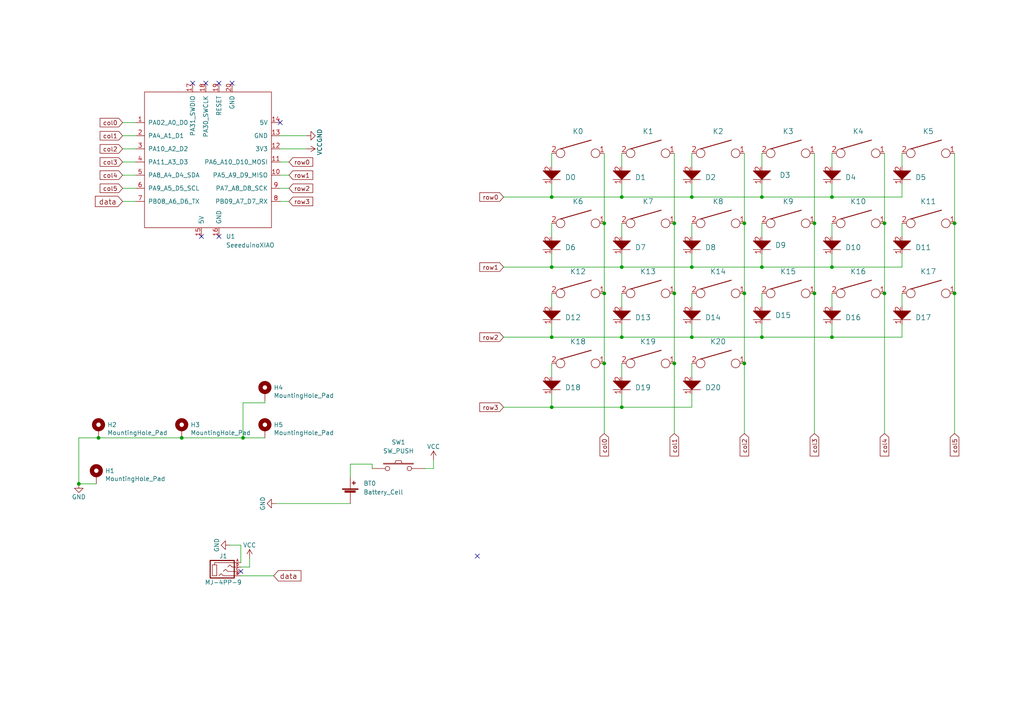
<source format=kicad_sch>
(kicad_sch (version 20211123) (generator eeschema)
  (paper "A4")
  (lib_symbols
    (symbol "Device:Battery_Cell" (pin_numbers hide) (pin_names (offset 0) hide)
      (property "Reference" "BT" (at 2.54 2.54 0))
      (property "Value" "Battery_Cell" (at 2.54 0 0))
      (symbol "Battery_Cell_0_1"
        (rectangle (start -2.286 1.778) (end 2.286 1.524) (fill (type outline)))
        (rectangle (start -1.5748 1.1938) (end 1.4732 0.6858) (fill (type outline)))
        (polyline (pts (xy 0 0.762) (xy 0 0)))
        (polyline (pts (xy 0 1.778) (xy 0 2.54)))
        (polyline (pts (xy 0.508 3.429) (xy 1.524 3.429)) (stroke (width 0.254)))
        (polyline (pts (xy 1.016 3.937) (xy 1.016 2.921)) (stroke (width 0.254)))
      )
      (symbol "Battery_Cell_1_1"
        (pin passive line (at 0 5.08 270) (length 2.54) (name "+") (number "1"))
        (pin passive line (at 0 -2.54 90) (length 2.54) (name "-") (number "2"))
      )
    )
    (symbol "Mechanical:MountingHole_Pad" (pin_numbers hide) (pin_names (offset 1.016) hide)
      (property "Reference" "H" (at 0 6.35 0))
      (property "Value" "MountingHole_Pad" (at 0 4.445 0))
      (symbol "MountingHole_Pad_0_1"
        (circle (center 0 1.27) (radius 1.27) (stroke (width 1.27)))
      )
      (symbol "MountingHole_Pad_1_1"
        (pin input line (at 0 -2.54 90) (length 2.54) (name "1") (number "1"))
      )
    )
    (symbol "corne-chocolate-rescue:MJ-4PP-9-kbd" (pin_names (offset 1.016))
      (property "Reference" "J" (at 0 3.81 0))
      (property "Value" "MJ-4PP-9-kbd" (at 0 -3.81 0))
      (symbol "MJ-4PP-9-kbd_0_1"
        (rectangle (start -1.905 -1.905) (end -3.175 1.27))
        (polyline (pts (xy -2.54 1.27) (xy -2.54 1.905) (xy 3.175 1.905)))
        (polyline (pts (xy -1.27 -1.905) (xy -0.635 -1.27) (xy 0 -1.905) (xy 3.175 -1.905)))
        (polyline (pts (xy 0 -0.635) (xy 0.635 0) (xy 1.27 -0.635) (xy 3.175 -0.635)))
        (polyline (pts (xy 1.27 0.635) (xy 1.905 1.27) (xy 2.54 0.635) (xy 3.175 0.635)))
        (rectangle (start 3.175 2.54) (end -3.81 -2.54) (stroke (width 0.3048)))
      )
      (symbol "MJ-4PP-9-kbd_1_1"
        (pin input line (at 5.08 1.905 180) (length 2.0066) (name "~") (number "A"))
        (pin input line (at 5.08 -1.905 180) (length 2.0066) (name "~") (number "B"))
        (pin input line (at 5.08 -0.635 180) (length 2.0066) (name "~") (number "C"))
        (pin input line (at 5.08 0.635 180) (length 2.0066) (name "~") (number "D"))
      )
    )
    (symbol "keebs:D" (pin_names (offset 1.016))
      (property "Reference" "D" (at -3.81 -1.27 90))
      (symbol "D_0_1"
        (polyline (pts (xy -2.54 0) (xy 2.54 0)))
        (polyline (pts (xy 0 0) (xy -2.54 -2.54) (xy 2.54 -2.54) (xy 0 0)) (fill (type outline)))
      )
      (symbol "D_1_1"
        (pin passive line (at 0 1.27 270) (length 1.27) (name "~") (number "1"))
        (pin passive line (at 0 -3.81 90) (length 1.27) (name "~") (number "2"))
      )
    )
    (symbol "keebs:KEYSW" (pin_names (offset 1.016))
      (property "Reference" "K?" (at -1.27 0 0))
      (symbol "KEYSW_0_1"
        (circle (center -5.08 0) (radius 1.27))
        (polyline (pts (xy -5.08 1.27) (xy 3.81 3.81)) (stroke (width 0.254)))
        (circle (center 5.08 0) (radius 1.27))
      )
      (symbol "KEYSW_1_1"
        (pin passive line (at 7.62 0 180) (length 1.27) (name "~") (number "1"))
        (pin passive line (at -7.62 0 0) (length 1.27) (name "~") (number "2"))
      )
    )
    (symbol "keebs:SW_PUSH" (pin_numbers hide) (pin_names (offset 1.016) hide)
      (property "Reference" "SW" (at 3.81 2.794 0))
      (property "Value" "SW_PUSH" (at 0 -2.032 0))
      (symbol "SW_PUSH_0_1"
        (rectangle (start -4.318 1.27) (end 4.318 1.524))
        (polyline (pts (xy -1.016 1.524) (xy -0.762 2.286) (xy 0.762 2.286) (xy 1.016 1.524)))
        (pin passive inverted (at -7.62 0 0) (length 5.08) (name "1") (number "1"))
        (pin passive inverted (at 7.62 0 180) (length 5.08) (name "2") (number "2"))
      )
    )
    (symbol "power:GND" (power) (pin_names (offset 0))
      (property "Value" "GND" (at 0 -3.81 0))
      (symbol "GND_0_1"
        (polyline (pts (xy 0 0) (xy 0 -1.27) (xy 1.27 -1.27) (xy 0 -2.54) (xy -1.27 -1.27) (xy 0 -1.27)))
      )
      (symbol "GND_1_1"
        (pin power_in line (at 0 0 270) (length 0) hide (name "GND") (number "1"))
      )
    )
    (symbol "power:VCC" (power) (pin_names (offset 0))
      (property "Value" "VCC" (at 0 3.81 0))
      (symbol "VCC_0_1"
        (polyline (pts (xy -0.762 1.27) (xy 0 2.54)))
        (polyline (pts (xy 0 0) (xy 0 2.54)))
        (polyline (pts (xy 0 2.54) (xy 0.762 1.27)))
      )
      (symbol "VCC_1_1"
        (pin power_in line (at 0 0 90) (length 0) hide (name "VCC") (number "1"))
      )
    )
    (symbol "seeduino:SeeeduinoXIAO" (pin_names (offset 1.016))
      (property "Reference" "U" (at -19.05 22.86 0))
      (property "Value" "SeeeduinoXIAO" (at -12.7 21.59 0))
      (symbol "SeeeduinoXIAO_0_1"
        (rectangle (start -19.05 20.32) (end 17.78 -19.05))
      )
      (symbol "SeeeduinoXIAO_1_1"
        (pin unspecified line (at -21.59 11.43 0) (length 2.54) (name "PA02_A0_D0") (number "1"))
        (pin unspecified line (at 20.32 -3.81 180) (length 2.54) (name "PA5_A9_D9_MISO") (number "10"))
        (pin unspecified line (at 20.32 0 180) (length 2.54) (name "PA6_A10_D10_MOSI") (number "11"))
        (pin unspecified line (at 20.32 3.81 180) (length 2.54) (name "3V3") (number "12"))
        (pin unspecified line (at 20.32 7.62 180) (length 2.54) (name "GND") (number "13"))
        (pin unspecified line (at 20.32 11.43 180) (length 2.54) (name "5V") (number "14"))
        (pin input line (at -2.54 -21.59 90) (length 2.54) (name "5V") (number "15"))
        (pin input line (at 2.54 -21.59 90) (length 2.54) (name "GND") (number "16"))
        (pin input line (at -5.08 22.86 270) (length 2.54) (name "PA31_SWDIO") (number "17"))
        (pin input line (at -1.27 22.86 270) (length 2.54) (name "PA30_SWCLK") (number "18"))
        (pin input line (at 2.54 22.86 270) (length 2.54) (name "RESET") (number "19"))
        (pin unspecified line (at -21.59 7.62 0) (length 2.54) (name "PA4_A1_D1") (number "2"))
        (pin input line (at 6.35 22.86 270) (length 2.54) (name "GND") (number "20"))
        (pin unspecified line (at -21.59 3.81 0) (length 2.54) (name "PA10_A2_D2") (number "3"))
        (pin unspecified line (at -21.59 0 0) (length 2.54) (name "PA11_A3_D3") (number "4"))
        (pin unspecified line (at -21.59 -3.81 0) (length 2.54) (name "PA8_A4_D4_SDA") (number "5"))
        (pin unspecified line (at -21.59 -7.62 0) (length 2.54) (name "PA9_A5_D5_SCL") (number "6"))
        (pin unspecified line (at -21.59 -11.43 0) (length 2.54) (name "PB08_A6_D6_TX") (number "7"))
        (pin unspecified line (at 20.32 -11.43 180) (length 2.54) (name "PB09_A7_D7_RX") (number "8"))
        (pin unspecified line (at 20.32 -7.62 180) (length 2.54) (name "PA7_A8_D8_SCK") (number "9"))
      )
    )
  )
  (junction (at 236.22 64.77))
  (junction (at 215.9 105.41))
  (junction (at 276.86 64.77))
  (junction (at 28.575 127))
  (junction (at 220.98 57.15))
  (junction (at 180.34 57.15))
  (junction (at 200.66 77.47))
  (junction (at 241.3 77.47))
  (junction (at 70.485 127))
  (junction (at 52.705 127))
  (junction (at 215.9 85.09))
  (junction (at 236.22 85.09))
  (junction (at 180.34 97.79))
  (junction (at 160.02 77.47))
  (junction (at 256.54 64.77))
  (junction (at 220.98 77.47))
  (junction (at 160.02 97.79))
  (junction (at 200.66 57.15))
  (junction (at 160.02 118.11))
  (junction (at 220.98 97.79))
  (junction (at 180.34 118.11))
  (junction (at 195.58 105.41))
  (junction (at 195.58 85.09))
  (junction (at 180.34 77.47))
  (junction (at 175.26 85.09))
  (junction (at 276.86 85.09))
  (junction (at 195.58 64.77))
  (junction (at 241.3 97.79))
  (junction (at 22.86 140.335))
  (junction (at 200.66 97.79))
  (junction (at 256.54 85.09))
  (junction (at 175.26 64.77))
  (junction (at 215.9 64.77))
  (junction (at 241.3 57.15))
  (junction (at 160.02 57.15))
  (junction (at 175.26 105.41))
  (no_connect (at 69.85 165.735))
  (no_connect (at 138.43 161.29))
  (no_connect (at 55.88 24.13))
  (no_connect (at 59.69 24.13))
  (no_connect (at 63.5 24.13))
  (no_connect (at 67.31 24.13))
  (no_connect (at 81.28 35.56))
  (no_connect (at 63.5 68.58))
  (no_connect (at 58.42 68.58))
  (wire (pts (xy 101.6 134.62) (xy 107.95 134.62)))
  (wire (pts (xy 180.34 64.77) (xy 180.34 68.58)))
  (wire (pts (xy 195.58 105.41) (xy 195.58 125.73)))
  (wire (pts (xy 220.98 53.34) (xy 220.98 57.15)))
  (wire (pts (xy 35.56 35.56) (xy 39.37 35.56)))
  (wire (pts (xy 195.58 44.45) (xy 195.58 64.77)))
  (wire (pts (xy 200.66 105.41) (xy 200.66 109.22)))
  (wire (pts (xy 256.54 44.45) (xy 256.54 64.77)))
  (wire (pts (xy 261.62 53.34) (xy 261.62 57.15)))
  (wire (pts (xy 200.66 85.09) (xy 200.66 88.9)))
  (wire (pts (xy 35.56 39.37) (xy 39.37 39.37)))
  (wire (pts (xy 76.835 116.84) (xy 76.835 116.205)))
  (wire (pts (xy 35.56 46.99) (xy 39.37 46.99)))
  (wire (pts (xy 220.98 97.79) (xy 241.3 97.79)))
  (wire (pts (xy 35.56 54.61) (xy 39.37 54.61)))
  (wire (pts (xy 160.02 85.09) (xy 160.02 88.9)))
  (wire (pts (xy 220.98 57.15) (xy 241.3 57.15)))
  (wire (pts (xy 215.9 85.09) (xy 215.9 105.41)))
  (wire (pts (xy 146.05 77.47) (xy 160.02 77.47)))
  (wire (pts (xy 256.54 64.77) (xy 256.54 85.09)))
  (wire (pts (xy 200.66 44.45) (xy 200.66 48.26)))
  (wire (pts (xy 180.34 85.09) (xy 180.34 88.9)))
  (wire (pts (xy 241.3 57.15) (xy 261.62 57.15)))
  (wire (pts (xy 160.02 44.45) (xy 160.02 48.26)))
  (wire (pts (xy 72.39 161.925) (xy 72.39 164.465)))
  (wire (pts (xy 261.62 93.98) (xy 261.62 97.79)))
  (wire (pts (xy 241.3 97.79) (xy 261.62 97.79)))
  (wire (pts (xy 180.34 44.45) (xy 180.34 48.26)))
  (wire (pts (xy 261.62 85.09) (xy 261.62 88.9)))
  (wire (pts (xy 200.66 114.3) (xy 200.66 118.11)))
  (wire (pts (xy 241.3 93.98) (xy 241.3 97.79)))
  (wire (pts (xy 241.3 73.66) (xy 241.3 77.47)))
  (wire (pts (xy 276.86 44.45) (xy 276.86 64.77)))
  (wire (pts (xy 256.54 85.09) (xy 256.54 125.73)))
  (wire (pts (xy 69.85 167.005) (xy 79.375 167.005)))
  (wire (pts (xy 276.86 85.09) (xy 276.86 125.73)))
  (wire (pts (xy 28.575 127) (xy 22.86 127)))
  (wire (pts (xy 160.02 57.15) (xy 180.34 57.15)))
  (wire (pts (xy 81.28 43.18) (xy 88.9 43.18)))
  (wire (pts (xy 180.34 53.34) (xy 180.34 57.15)))
  (wire (pts (xy 35.56 58.42) (xy 39.37 58.42)))
  (wire (pts (xy 66.675 158.115) (xy 69.85 158.115)))
  (wire (pts (xy 215.9 44.45) (xy 215.9 64.77)))
  (wire (pts (xy 220.98 93.98) (xy 220.98 97.79)))
  (wire (pts (xy 220.98 44.45) (xy 220.98 48.26)))
  (wire (pts (xy 180.34 114.3) (xy 180.34 118.11)))
  (wire (pts (xy 241.3 85.09) (xy 241.3 88.9)))
  (wire (pts (xy 261.62 64.77) (xy 261.62 68.58)))
  (wire (pts (xy 160.02 114.3) (xy 160.02 118.11)))
  (wire (pts (xy 81.28 50.8) (xy 83.82 50.8)))
  (wire (pts (xy 241.3 53.34) (xy 241.3 57.15)))
  (wire (pts (xy 236.22 85.09) (xy 236.22 125.73)))
  (wire (pts (xy 160.02 77.47) (xy 180.34 77.47)))
  (wire (pts (xy 70.485 127) (xy 52.705 127)))
  (wire (pts (xy 101.6 134.62) (xy 101.6 138.43)))
  (wire (pts (xy 35.56 43.18) (xy 39.37 43.18)))
  (wire (pts (xy 195.58 85.09) (xy 195.58 105.41)))
  (wire (pts (xy 180.34 118.11) (xy 200.66 118.11)))
  (wire (pts (xy 35.56 50.8) (xy 39.37 50.8)))
  (wire (pts (xy 180.34 77.47) (xy 200.66 77.47)))
  (wire (pts (xy 175.26 64.77) (xy 175.26 85.09)))
  (wire (pts (xy 180.34 105.41) (xy 180.34 109.22)))
  (wire (pts (xy 125.73 135.89) (xy 123.19 135.89)))
  (wire (pts (xy 200.66 97.79) (xy 220.98 97.79)))
  (wire (pts (xy 220.98 73.66) (xy 220.98 77.47)))
  (wire (pts (xy 200.66 73.66) (xy 200.66 77.47)))
  (wire (pts (xy 215.9 105.41) (xy 215.9 125.73)))
  (wire (pts (xy 76.835 127) (xy 70.485 127)))
  (wire (pts (xy 200.66 93.98) (xy 200.66 97.79)))
  (wire (pts (xy 81.28 39.37) (xy 88.9 39.37)))
  (wire (pts (xy 160.02 93.98) (xy 160.02 97.79)))
  (wire (pts (xy 180.34 97.79) (xy 200.66 97.79)))
  (wire (pts (xy 241.3 44.45) (xy 241.3 48.26)))
  (wire (pts (xy 236.22 44.45) (xy 236.22 64.77)))
  (wire (pts (xy 200.66 53.34) (xy 200.66 57.15)))
  (wire (pts (xy 180.34 93.98) (xy 180.34 97.79)))
  (wire (pts (xy 175.26 44.45) (xy 175.26 64.77)))
  (wire (pts (xy 236.22 64.77) (xy 236.22 85.09)))
  (wire (pts (xy 22.86 140.335) (xy 27.94 140.335)))
  (wire (pts (xy 81.28 46.99) (xy 83.82 46.99)))
  (wire (pts (xy 22.86 127) (xy 22.86 140.335)))
  (wire (pts (xy 72.39 164.465) (xy 69.85 164.465)))
  (wire (pts (xy 261.62 44.45) (xy 261.62 48.26)))
  (wire (pts (xy 125.73 133.35) (xy 125.73 135.89)))
  (wire (pts (xy 180.34 57.15) (xy 200.66 57.15)))
  (wire (pts (xy 160.02 64.77) (xy 160.02 68.58)))
  (wire (pts (xy 241.3 64.77) (xy 241.3 68.58)))
  (wire (pts (xy 200.66 64.77) (xy 200.66 68.58)))
  (wire (pts (xy 70.485 116.84) (xy 76.835 116.84)))
  (wire (pts (xy 160.02 53.34) (xy 160.02 57.15)))
  (wire (pts (xy 195.58 64.77) (xy 195.58 85.09)))
  (wire (pts (xy 81.28 54.61) (xy 83.82 54.61)))
  (wire (pts (xy 160.02 105.41) (xy 160.02 109.22)))
  (wire (pts (xy 52.705 127) (xy 28.575 127)))
  (wire (pts (xy 220.98 64.77) (xy 220.98 68.58)))
  (wire (pts (xy 220.98 77.47) (xy 241.3 77.47)))
  (wire (pts (xy 160.02 73.66) (xy 160.02 77.47)))
  (wire (pts (xy 220.98 85.09) (xy 220.98 88.9)))
  (wire (pts (xy 160.02 118.11) (xy 180.34 118.11)))
  (wire (pts (xy 69.85 163.195) (xy 69.85 158.115)))
  (wire (pts (xy 146.05 118.11) (xy 160.02 118.11)))
  (wire (pts (xy 261.62 73.66) (xy 261.62 77.47)))
  (wire (pts (xy 146.05 97.79) (xy 160.02 97.79)))
  (wire (pts (xy 70.485 116.84) (xy 70.485 127)))
  (wire (pts (xy 215.9 64.77) (xy 215.9 85.09)))
  (wire (pts (xy 175.26 105.41) (xy 175.26 125.73)))
  (wire (pts (xy 160.02 97.79) (xy 180.34 97.79)))
  (wire (pts (xy 81.28 58.42) (xy 83.82 58.42)))
  (wire (pts (xy 200.66 57.15) (xy 220.98 57.15)))
  (wire (pts (xy 241.3 77.47) (xy 261.62 77.47)))
  (wire (pts (xy 80.01 146.05) (xy 101.6 146.05)))
  (wire (pts (xy 146.05 57.15) (xy 160.02 57.15)))
  (wire (pts (xy 200.66 77.47) (xy 220.98 77.47)))
  (wire (pts (xy 276.86 64.77) (xy 276.86 85.09)))
  (wire (pts (xy 180.34 73.66) (xy 180.34 77.47)))
  (wire (pts (xy 107.95 134.62) (xy 107.95 135.89)))
  (wire (pts (xy 175.26 85.09) (xy 175.26 105.41)))
  (global_label "col2" (shape input) (at 215.9 125.73 270) (property "Intersheet References" "${INTERSHEET_REFS}" (effects hide)))
  (global_label "row0" (shape input) (at 146.05 57.15 180) (property "Intersheet References" "${INTERSHEET_REFS}" (effects hide)))
  (global_label "col0" (shape input) (at 175.26 125.73 270) (property "Intersheet References" "${INTERSHEET_REFS}" (effects hide)))
  (global_label "data" (shape input) (at 79.375 167.005 0) (effects (font (size 1.524 1.524))) (property "Intersheet References" "${INTERSHEET_REFS}" (effects hide)))
  (global_label "row2" (shape input) (at 83.82 54.61 0) (property "Intersheet References" "${INTERSHEET_REFS}" (effects hide)))
  (global_label "col2" (shape input) (at 35.56 43.18 180) (property "Intersheet References" "${INTERSHEET_REFS}" (effects hide)))
  (global_label "row1" (shape input) (at 83.82 50.8 0) (property "Intersheet References" "${INTERSHEET_REFS}" (effects hide)))
  (global_label "row3" (shape input) (at 146.05 118.11 180) (property "Intersheet References" "${INTERSHEET_REFS}" (effects hide)))
  (global_label "col5" (shape input) (at 276.86 125.73 270) (property "Intersheet References" "${INTERSHEET_REFS}" (effects hide)))
  (global_label "col1" (shape input) (at 195.58 125.73 270) (property "Intersheet References" "${INTERSHEET_REFS}" (effects hide)))
  (global_label "data" (shape input) (at 35.56 58.42 180) (effects (font (size 1.524 1.524))) (property "Intersheet References" "${INTERSHEET_REFS}" (effects hide)))
  (global_label "row2" (shape input) (at 146.05 97.79 180) (property "Intersheet References" "${INTERSHEET_REFS}" (effects hide)))
  (global_label "row3" (shape input) (at 83.82 58.42 0) (property "Intersheet References" "${INTERSHEET_REFS}" (effects hide)))
  (global_label "col1" (shape input) (at 35.56 39.37 180) (property "Intersheet References" "${INTERSHEET_REFS}" (effects hide)))
  (global_label "col5" (shape input) (at 35.56 54.61 180) (property "Intersheet References" "${INTERSHEET_REFS}" (effects hide)))
  (global_label "row0" (shape input) (at 83.82 46.99 0) (property "Intersheet References" "${INTERSHEET_REFS}" (effects hide)))
  (global_label "col0" (shape input) (at 35.56 35.56 180) (property "Intersheet References" "${INTERSHEET_REFS}" (effects hide)))
  (global_label "row1" (shape input) (at 146.05 77.47 180) (property "Intersheet References" "${INTERSHEET_REFS}" (effects hide)))
  (global_label "col3" (shape input) (at 236.22 125.73 270) (property "Intersheet References" "${INTERSHEET_REFS}" (effects hide)))
  (global_label "col3" (shape input) (at 35.56 46.99 180) (property "Intersheet References" "${INTERSHEET_REFS}" (effects hide)))
  (global_label "col4" (shape input) (at 256.54 125.73 270) (property "Intersheet References" "${INTERSHEET_REFS}" (effects hide)))
  (global_label "col4" (shape input) (at 35.56 50.8 180) (property "Intersheet References" "${INTERSHEET_REFS}" (effects hide)))
  (symbol (lib_id "Mechanical:MountingHole_Pad") (at 76.835 124.46 0) (unit 1)
    (property "Reference" "H5" (at 79.375 123.2154 0) (effects (justify left)))
    (property "Value" "MountingHole_Pad" (at 79.375 125.5268 0) (effects (justify left)))
    (property "Footprint" "kbd:M2_Hole_TH_Outside" (effects hide))
  )
  (symbol (lib_id "keebs:D") (at 220.98 52.07 180) (unit 1)
    (property "Reference" "D3" (at 226.06 50.8 0) (effects (font (size 1.524 1.524)) (justify right)))
    (property "Value" "D" (effects hide))
    (property "Footprint" "keyboard_pretty:Diode_TH_SOD123" (effects hide))
  )
  (symbol (lib_id "keebs:KEYSW") (at 187.96 64.77 0) (unit 1)
    (property "Reference" "K7" (at 187.96 58.42 0) (effects (font (size 1.524 1.524))))
    (property "Value" "KEYSW" (effects hide))
    (property "Footprint" "keyswitch_pretty:Kailh_socket_PG1350_optional_reversible" (effects hide))
  )
  (symbol (lib_id "keebs:D") (at 241.3 72.39 180) (unit 1)
    (property "Reference" "D10" (at 245.11 71.755 0) (effects (font (size 1.524 1.524)) (justify right)))
    (property "Value" "D" (effects hide))
    (property "Footprint" "keyboard_pretty:Diode_TH_SOD123" (effects hide))
  )
  (symbol (lib_id "keebs:KEYSW") (at 208.28 64.77 0) (unit 1)
    (property "Reference" "K8" (at 208.28 58.42 0) (effects (font (size 1.524 1.524))))
    (property "Value" "KEYSW" (effects hide))
    (property "Footprint" "keyswitch_pretty:Kailh_socket_PG1350_optional_reversible" (effects hide))
  )
  (symbol (lib_id "keebs:KEYSW") (at 248.92 85.09 0) (unit 1)
    (property "Reference" "K16" (at 248.92 78.74 0) (effects (font (size 1.524 1.524))))
    (property "Value" "KEYSW" (effects hide))
    (property "Footprint" "keyswitch_pretty:Kailh_socket_PG1350_optional_reversible" (effects hide))
  )
  (symbol (lib_id "keebs:KEYSW") (at 187.96 85.09 0) (unit 1)
    (property "Reference" "K13" (at 187.96 78.74 0) (effects (font (size 1.524 1.524))))
    (property "Value" "KEYSW" (effects hide))
    (property "Footprint" "keyswitch_pretty:Kailh_socket_PG1350_optional_reversible" (effects hide))
  )
  (symbol (lib_id "keebs:KEYSW") (at 187.96 105.41 0) (unit 1)
    (property "Reference" "K19" (at 187.96 99.06 0) (effects (font (size 1.524 1.524))))
    (property "Value" "KEYSW" (effects hide))
    (property "Footprint" "keyswitch_pretty:Kailh_socket_PG1350_optional_reversible" (effects hide))
  )
  (symbol (lib_id "keebs:KEYSW") (at 208.28 105.41 0) (unit 1)
    (property "Reference" "K20" (at 208.28 99.06 0) (effects (font (size 1.524 1.524))))
    (property "Value" "KEYSW" (effects hide))
    (property "Footprint" "keyswitch_pretty:Kailh_socket_PG1350_optional_reversible" (effects hide))
  )
  (symbol (lib_id "keebs:D") (at 180.34 72.39 180) (unit 1)
    (property "Reference" "D7" (at 184.15 71.755 0) (effects (font (size 1.524 1.524)) (justify right)))
    (property "Value" "D" (effects hide))
    (property "Footprint" "keyboard_pretty:Diode_TH_SOD123" (effects hide))
  )
  (symbol (lib_id "power:GND") (at 80.01 146.05 270) (unit 1)
    (property "Reference" "#PWR0104" (effects hide))
    (property "Value" "GND" (at 76.2 146.05 0))
  )
  (symbol (lib_id "keebs:KEYSW") (at 228.6 85.09 0) (unit 1)
    (property "Reference" "K15" (at 228.6 78.74 0) (effects (font (size 1.524 1.524))))
    (property "Value" "KEYSW" (effects hide))
    (property "Footprint" "keyswitch_pretty:Kailh_socket_PG1350_optional_reversible" (effects hide))
  )
  (symbol (lib_id "keebs:D") (at 200.66 72.39 180) (unit 1)
    (property "Reference" "D8" (at 204.47 71.755 0) (effects (font (size 1.524 1.524)) (justify right)))
    (property "Value" "D" (effects hide))
    (property "Footprint" "keyboard_pretty:Diode_TH_SOD123" (effects hide))
  )
  (symbol (lib_id "keebs:D") (at 180.34 113.03 180) (unit 1)
    (property "Reference" "D19" (at 184.15 112.395 0) (effects (font (size 1.524 1.524)) (justify right)))
    (property "Value" "D" (effects hide))
    (property "Footprint" "keyboard_pretty:Diode_TH_SOD123" (effects hide))
  )
  (symbol (lib_id "keebs:KEYSW") (at 228.6 64.77 0) (unit 1)
    (property "Reference" "K9" (at 228.6 58.42 0) (effects (font (size 1.524 1.524))))
    (property "Value" "KEYSW" (effects hide))
    (property "Footprint" "keyswitch_pretty:Kailh_socket_PG1350_optional_reversible" (effects hide))
  )
  (symbol (lib_id "keebs:D") (at 160.02 52.07 180) (unit 1)
    (property "Reference" "D0" (at 163.83 51.435 0) (effects (font (size 1.524 1.524)) (justify right)))
    (property "Value" "D" (effects hide))
    (property "Footprint" "keyboard_pretty:Diode_TH_SOD123" (effects hide))
  )
  (symbol (lib_id "keebs:KEYSW") (at 269.24 44.45 0) (unit 1)
    (property "Reference" "K5" (at 269.24 38.1 0) (effects (font (size 1.524 1.524))))
    (property "Value" "KEYSW" (effects hide))
    (property "Footprint" "keyswitch_pretty:Kailh_socket_PG1350_optional_reversible" (effects hide))
  )
  (symbol (lib_id "keebs:D") (at 261.62 52.07 180) (unit 1)
    (property "Reference" "D5" (at 265.43 51.435 0) (effects (font (size 1.524 1.524)) (justify right)))
    (property "Value" "D" (effects hide))
    (property "Footprint" "keyboard_pretty:Diode_TH_SOD123" (effects hide))
  )
  (symbol (lib_id "keebs:KEYSW") (at 248.92 44.45 0) (unit 1)
    (property "Reference" "K4" (at 248.92 38.1 0) (effects (font (size 1.524 1.524))))
    (property "Value" "KEYSW" (effects hide))
    (property "Footprint" "keyswitch_pretty:Kailh_socket_PG1350_optional_reversible" (effects hide))
  )
  (symbol (lib_id "Mechanical:MountingHole_Pad") (at 28.575 124.46 0) (unit 1)
    (property "Reference" "H2" (at 31.115 123.2154 0) (effects (justify left)))
    (property "Value" "MountingHole_Pad" (at 31.115 125.5268 0) (effects (justify left)))
    (property "Footprint" "kbd:M2_Hole_TH_Outside" (effects hide))
  )
  (symbol (lib_id "keebs:D") (at 200.66 92.71 180) (unit 1)
    (property "Reference" "D14" (at 204.47 92.075 0) (effects (font (size 1.524 1.524)) (justify right)))
    (property "Value" "D" (effects hide))
    (property "Footprint" "keyboard_pretty:Diode_TH_SOD123" (effects hide))
  )
  (symbol (lib_id "keebs:KEYSW") (at 187.96 44.45 0) (unit 1)
    (property "Reference" "K1" (at 187.96 38.1 0) (effects (font (size 1.524 1.524))))
    (property "Value" "KEYSW" (effects hide))
    (property "Footprint" "keyswitch_pretty:Kailh_socket_PG1350_optional_reversible" (effects hide))
  )
  (symbol (lib_id "keebs:KEYSW") (at 167.64 105.41 0) (unit 1)
    (property "Reference" "K18" (at 167.64 99.06 0) (effects (font (size 1.524 1.524))))
    (property "Value" "KEYSW" (effects hide))
    (property "Footprint" "keyswitch_pretty:Kailh_socket_PG1350_optional_reversible" (effects hide))
  )
  (symbol (lib_id "keebs:D") (at 261.62 92.71 180) (unit 1)
    (property "Reference" "D17" (at 265.43 92.075 0) (effects (font (size 1.524 1.524)) (justify right)))
    (property "Value" "D" (effects hide))
    (property "Footprint" "keyboard_pretty:Diode_TH_SOD123" (effects hide))
  )
  (symbol (lib_id "keebs:D") (at 220.98 92.71 180) (unit 1)
    (property "Reference" "D15" (at 224.79 91.44 0) (effects (font (size 1.524 1.524)) (justify right)))
    (property "Value" "D" (effects hide))
    (property "Footprint" "keyboard_pretty:Diode_TH_SOD123" (effects hide))
  )
  (symbol (lib_id "power:GND") (at 88.9 39.37 90) (unit 1)
    (property "Reference" "#PWR0101" (effects hide))
    (property "Value" "GND" (at 92.71 39.37 0))
  )
  (symbol (lib_id "keebs:KEYSW") (at 228.6 44.45 0) (unit 1)
    (property "Reference" "K3" (at 228.6 38.1 0) (effects (font (size 1.524 1.524))))
    (property "Value" "KEYSW" (effects hide))
    (property "Footprint" "keyswitch_pretty:Kailh_socket_PG1350_optional_reversible" (effects hide))
  )
  (symbol (lib_id "keebs:KEYSW") (at 208.28 44.45 0) (unit 1)
    (property "Reference" "K2" (at 208.28 38.1 0) (effects (font (size 1.524 1.524))))
    (property "Value" "KEYSW" (effects hide))
    (property "Footprint" "keyswitch_pretty:Kailh_socket_PG1350_optional_reversible" (effects hide))
  )
  (symbol (lib_id "Device:Battery_Cell") (at 101.6 143.51 0) (unit 1)
    (property "Reference" "BT0" (at 105.41 140.2079 0) (effects (justify left)))
    (property "Value" "Battery_Cell" (at 105.41 142.7479 0) (effects (justify left)))
    (property "Footprint" "Battery:BatteryHolder_Keystone_3034_1x20mm" (effects hide))
  )
  (symbol (lib_id "Mechanical:MountingHole_Pad") (at 52.705 124.46 0) (unit 1)
    (property "Reference" "H3" (at 55.245 123.2154 0) (effects (justify left)))
    (property "Value" "MountingHole_Pad" (at 55.245 125.5268 0) (effects (justify left)))
    (property "Footprint" "kbd:M2_Hole_TH_Outside" (effects hide))
  )
  (symbol (lib_id "keebs:D") (at 220.98 72.39 180) (unit 1)
    (property "Reference" "D9" (at 224.79 71.12 0) (effects (font (size 1.524 1.524)) (justify right)))
    (property "Value" "D" (effects hide))
    (property "Footprint" "keyboard_pretty:Diode_TH_SOD123" (effects hide))
  )
  (symbol (lib_id "keebs:D") (at 241.3 52.07 180) (unit 1)
    (property "Reference" "D4" (at 245.11 51.435 0) (effects (font (size 1.524 1.524)) (justify right)))
    (property "Value" "D" (effects hide))
    (property "Footprint" "keyboard_pretty:Diode_TH_SOD123" (effects hide))
  )
  (symbol (lib_id "Mechanical:MountingHole_Pad") (at 27.94 137.795 0) (unit 1)
    (property "Reference" "H1" (at 30.48 136.5504 0) (effects (justify left)))
    (property "Value" "MountingHole_Pad" (at 30.48 138.8618 0) (effects (justify left)))
    (property "Footprint" "kbd:M2_Hole_TH_Outside" (effects hide))
  )
  (symbol (lib_id "keebs:KEYSW") (at 269.24 64.77 0) (unit 1)
    (property "Reference" "K11" (at 269.24 58.42 0) (effects (font (size 1.524 1.524))))
    (property "Value" "KEYSW" (effects hide))
    (property "Footprint" "keyswitch_pretty:Kailh_socket_PG1350_optional_reversible" (effects hide))
  )
  (symbol (lib_id "power:GND") (at 22.86 140.335 0) (unit 1)
    (property "Reference" "#PWR0107" (effects hide))
    (property "Value" "GND" (at 22.86 144.145 0))
  )
  (symbol (lib_id "seeduino:SeeeduinoXIAO") (at 60.96 46.99 0) (unit 1)
    (property "Reference" "U1" (at 65.5194 68.58 0) (effects (justify left)))
    (property "Value" "SeeeduinoXIAO" (at 65.5194 71.12 0) (effects (justify left)))
    (property "Footprint" "seeeduino_xiao:Seeeduino XIAO-MOUDLE14P-2.54-21X17.8MM" (effects hide))
  )
  (symbol (lib_id "keebs:KEYSW") (at 167.64 85.09 0) (unit 1)
    (property "Reference" "K12" (at 167.64 78.74 0) (effects (font (size 1.524 1.524))))
    (property "Value" "KEYSW" (effects hide))
    (property "Footprint" "keyswitch_pretty:Kailh_socket_PG1350_optional_reversible" (effects hide))
  )
  (symbol (lib_id "keebs:D") (at 200.66 113.03 180) (unit 1)
    (property "Reference" "D20" (at 204.47 112.395 0) (effects (font (size 1.524 1.524)) (justify right)))
    (property "Value" "D" (effects hide))
    (property "Footprint" "keyboard_pretty:Diode_TH_SOD123" (effects hide))
  )
  (symbol (lib_id "power:VCC") (at 88.9 43.18 270) (unit 1)
    (property "Reference" "#PWR0102" (effects hide))
    (property "Value" "VCC" (at 92.71 43.18 0))
  )
  (symbol (lib_id "keebs:D") (at 160.02 92.71 180) (unit 1)
    (property "Reference" "D12" (at 163.83 92.075 0) (effects (font (size 1.524 1.524)) (justify right)))
    (property "Value" "D" (effects hide))
    (property "Footprint" "keyboard_pretty:Diode_TH_SOD123" (effects hide))
  )
  (symbol (lib_id "power:VCC") (at 72.39 161.925 0) (unit 1)
    (property "Reference" "#PWR0105" (effects hide))
    (property "Value" "VCC" (at 72.39 158.115 0))
  )
  (symbol (lib_id "keebs:D") (at 180.34 52.07 180) (unit 1)
    (property "Reference" "D1" (at 184.15 51.435 0) (effects (font (size 1.524 1.524)) (justify right)))
    (property "Value" "D" (effects hide))
    (property "Footprint" "keyboard_pretty:Diode_TH_SOD123" (effects hide))
  )
  (symbol (lib_id "keebs:KEYSW") (at 208.28 85.09 0) (unit 1)
    (property "Reference" "K14" (at 208.28 78.74 0) (effects (font (size 1.524 1.524))))
    (property "Value" "KEYSW" (effects hide))
    (property "Footprint" "keyswitch_pretty:Kailh_socket_PG1350_optional_reversible" (effects hide))
  )
  (symbol (lib_id "keebs:D") (at 180.34 92.71 180) (unit 1)
    (property "Reference" "D13" (at 184.15 92.075 0) (effects (font (size 1.524 1.524)) (justify right)))
    (property "Value" "D" (effects hide))
    (property "Footprint" "keyboard_pretty:Diode_TH_SOD123" (effects hide))
  )
  (symbol (lib_id "keebs:KEYSW") (at 167.64 44.45 0) (unit 1)
    (property "Reference" "K0" (at 167.64 38.1 0) (effects (font (size 1.524 1.524))))
    (property "Value" "KEYSW" (effects hide))
    (property "Footprint" "keyswitch_pretty:Kailh_socket_PG1350_optional_reversible" (effects hide))
  )
  (symbol (lib_id "keebs:D") (at 241.3 92.71 180) (unit 1)
    (property "Reference" "D16" (at 245.11 92.075 0) (effects (font (size 1.524 1.524)) (justify right)))
    (property "Value" "D" (effects hide))
    (property "Footprint" "keyboard_pretty:Diode_TH_SOD123" (effects hide))
  )
  (symbol (lib_id "corne-chocolate-rescue:MJ-4PP-9-kbd") (at 64.77 165.1 0) (unit 1)
    (property "Reference" "J1" (at 64.77 161.29 0))
    (property "Value" "MJ-4PP-9" (at 64.77 168.91 0))
    (property "Footprint" "Connector_Audio:Jack_3.5mm_PJ320E_Horizontal" (effects hide))
  )
  (symbol (lib_id "keebs:KEYSW") (at 248.92 64.77 0) (unit 1)
    (property "Reference" "K10" (at 248.92 58.42 0) (effects (font (size 1.524 1.524))))
    (property "Value" "KEYSW" (effects hide))
    (property "Footprint" "keyswitch_pretty:Kailh_socket_PG1350_optional_reversible" (effects hide))
  )
  (symbol (lib_id "keebs:D") (at 200.66 52.07 180) (unit 1)
    (property "Reference" "D2" (at 204.47 51.435 0) (effects (font (size 1.524 1.524)) (justify right)))
    (property "Value" "D" (effects hide))
    (property "Footprint" "keyboard_pretty:Diode_TH_SOD123" (effects hide))
  )
  (symbol (lib_id "keebs:D") (at 160.02 72.39 180) (unit 1)
    (property "Reference" "D6" (at 163.83 71.755 0) (effects (font (size 1.524 1.524)) (justify right)))
    (property "Value" "D" (effects hide))
    (property "Footprint" "keyboard_pretty:Diode_TH_SOD123" (effects hide))
  )
  (symbol (lib_id "keebs:KEYSW") (at 269.24 85.09 0) (unit 1)
    (property "Reference" "K17" (at 269.24 78.74 0) (effects (font (size 1.524 1.524))))
    (property "Value" "KEYSW" (effects hide))
    (property "Footprint" "keyswitch_pretty:Kailh_socket_PG1350_optional_reversible" (effects hide))
  )
  (symbol (lib_id "power:GND") (at 66.675 158.115 270) (unit 1)
    (property "Reference" "#PWR0106" (effects hide))
    (property "Value" "GND" (at 62.865 158.115 0))
  )
  (symbol (lib_id "keebs:D") (at 160.02 113.03 180) (unit 1)
    (property "Reference" "D18" (at 163.83 112.395 0) (effects (font (size 1.524 1.524)) (justify right)))
    (property "Value" "D" (effects hide))
    (property "Footprint" "keyboard_pretty:Diode_TH_SOD123" (effects hide))
  )
  (symbol (lib_id "keebs:SW_PUSH") (at 115.57 135.89 0) (unit 1)
    (property "Reference" "SW1" (at 115.57 128.27 0))
    (property "Value" "SW_PUSH" (at 115.57 130.81 0))
    (property "Footprint" "keyboard_pretty:slide_switch" (effects hide))
  )
  (symbol (lib_id "power:VCC") (at 125.73 133.35 0) (unit 1)
    (property "Reference" "#PWR0103" (effects hide))
    (property "Value" "VCC" (at 125.73 129.54 0))
  )
  (symbol (lib_id "keebs:D") (at 261.62 72.39 180) (unit 1)
    (property "Reference" "D11" (at 265.43 71.755 0) (effects (font (size 1.524 1.524)) (justify right)))
    (property "Value" "D" (effects hide))
    (property "Footprint" "keyboard_pretty:Diode_TH_SOD123" (effects hide))
  )
  (symbol (lib_id "keebs:KEYSW") (at 167.64 64.77 0) (unit 1)
    (property "Reference" "K6" (at 167.64 58.42 0) (effects (font (size 1.524 1.524))))
    (property "Value" "KEYSW" (effects hide))
    (property "Footprint" "keyswitch_pretty:Kailh_socket_PG1350_optional_reversible" (effects hide))
  )
  (symbol (lib_id "Mechanical:MountingHole_Pad") (at 76.835 113.665 0) (unit 1)
    (property "Reference" "H4" (at 79.375 112.4204 0) (effects (justify left)))
    (property "Value" "MountingHole_Pad" (at 79.375 114.7318 0) (effects (justify left)))
    (property "Footprint" "kbd:M2_Hole_TH_Outside" (effects hide))
  )
)
</source>
